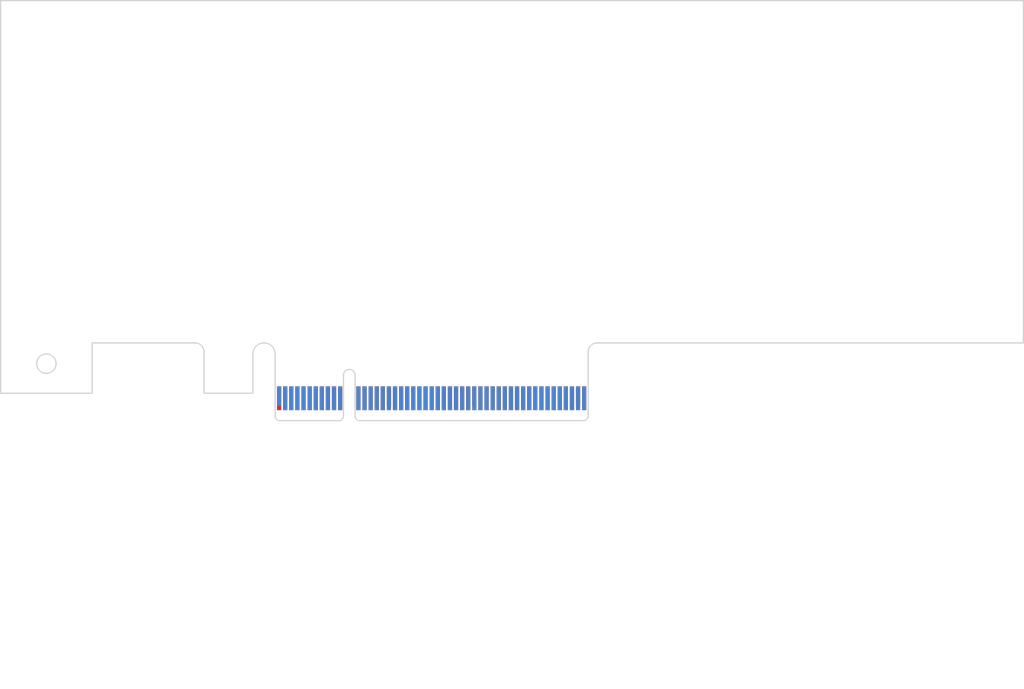
<source format=kicad_pcb>
(kicad_pcb (version 20211014) (generator pcbnew)
  (layers (0 "F.Cu" signal) (31 "B.Cu" signal) (34 "B.Paste" user) (35 "F.Paste" user) (36 "B.SilkS" user "B.Silkscreen") (37 "F.SilkS" user "F.Silkscreen") (38 "B.Mask" user) (39 "F.Mask" user) (44 "Edge.Cuts" user))
  (net 0 "")
  (net 1 "/~{PRSNT}")
  (net 2 "/+12V")
  (net 3 "GND")
  (net 4 "/JTAG_TCK")
  (net 5 "/JTAG_TDI")
  (net 6 "/JTAG_TDO")
  (net 7 "/JTAG_TMS")
  (net 8 "/+3V3")
  (net 9 "/~{PERST}")
  (net 10 "/RefClk_P")
  (net 11 "/RefClk_N")
  (net 12 "/PER0_P")
  (net 13 "/PER0_N")
  (net 14 "/SMCLK")
  (net 15 "/SMDAT")
  (net 16 "/+3V3_aux")
  (net 17 "/~{Wake}")
  (net 18 "/~{CLKREQ}")
  (net 19 "/PET0_P")
  (net 20 "/PET0_N")
  (net 22 "/PER1_P")
  (net 23 "/PER1_N")
  (net 24 "/PER2_P")
  (net 25 "/PER2_N")
  (net 26 "/PER3_P")
  (net 27 "/PER3_N")
  (net 29 "/~{JTAG_TRST}")
  (net 31 "/PET1_P")
  (net 32 "/PET1_N")
  (net 33 "/PET2_P")
  (net 34 "/PET2_N")
  (net 35 "/PET3_P")
  (net 36 "/PET3_N")
  (net 39 "/PER4_P")
  (net 40 "/PER4_N")
  (net 41 "/PER5_P")
  (net 42 "/PER5_N")
  (net 43 "/PER6_P")
  (net 44 "/PER6_N")
  (net 45 "/PER7_P")
  (net 46 "/PER7_N")
  (net 48 "/PET4_P")
  (net 49 "/PET4_N")
  (net 50 "/PET5_P")
  (net 51 "/PET5_N")
  (net 52 "/PET6_P")
  (net 53 "/PET6_N")
  (net 54 "/PET7_P")
  (net 55 "/PET7_N")
  (footprint "Connector_PCIe:PCIe_x8_GoldFinger" (layer "B.Cu") (at 134.75 119.285 180)
    (fp_text reference "P1" hide)
    (fp_text value "PCIe_x8_Goldfinger")
    (pad "A1" smd rect (at 11.5 2.355 180) (size 0.7 3.2) (layers "B.Cu" "B.Mask") (net 1 "/~{PRSNT}"))
    (pad "A2" smd rect (at 10.5 2 180) (size 0.7 3.91) (layers "B.Cu" "B.Mask") (net 2 "/+12V"))
    (pad "A3" smd rect (at 9.5 2 180) (size 0.7 3.91) (layers "B.Cu" "B.Mask") (net 2 "/+12V"))
    (pad "A4" smd rect (at 8.5 2 180) (size 0.7 3.91) (layers "B.Cu" "B.Mask") (net 3 "GND"))
    (pad "A5" smd rect (at 7.5 2 180) (size 0.7 3.91) (layers "B.Cu" "B.Mask") (net 4 "/JTAG_TCK"))
    (pad "A6" smd rect (at 6.5 2 180) (size 0.7 3.91) (layers "B.Cu" "B.Mask") (net 5 "/JTAG_TDI"))
    (pad "A7" smd rect (at 5.5 2 180) (size 0.7 3.91) (layers "B.Cu" "B.Mask") (net 6 "/JTAG_TDO"))
    (pad "A8" smd rect (at 4.5 2 180) (size 0.7 3.91) (layers "B.Cu" "B.Mask") (net 7 "/JTAG_TMS"))
    (pad "A9" smd rect (at 3.5 2 180) (size 0.7 3.91) (layers "B.Cu" "B.Mask") (net 8 "/+3V3"))
    (pad "A10" smd rect (at 2.5 2 180) (size 0.7 3.91) (layers "B.Cu" "B.Mask") (net 8 "/+3V3"))
    (pad "A11" smd rect (at 1.5 2 180) (size 0.7 3.91) (layers "B.Cu" "B.Mask") (net 9 "/~{PERST}"))
    (pad "A12" smd rect (at -1.5 2 180) (size 0.7 3.91) (layers "B.Cu" "B.Mask") (net 3 "GND"))
    (pad "A13" smd rect (at -2.5 2 180) (size 0.7 3.91) (layers "B.Cu" "B.Mask") (net 10 "/RefClk_P"))
    (pad "A14" smd rect (at -3.5 2 180) (size 0.7 3.91) (layers "B.Cu" "B.Mask") (net 11 "/RefClk_N"))
    (pad "A15" smd rect (at -4.5 2 180) (size 0.7 3.91) (layers "B.Cu" "B.Mask") (net 3 "GND"))
    (pad "A16" smd rect (at -5.5 2 180) (size 0.7 3.91) (layers "B.Cu" "B.Mask") (net 12 "/PER0_P"))
    (pad "A17" smd rect (at -6.5 2 180) (size 0.7 3.91) (layers "B.Cu" "B.Mask") (net 13 "/PER0_N"))
    (pad "A18" smd rect (at -7.5 2 180) (size 0.7 3.91) (layers "B.Cu" "B.Mask") (net 3 "GND"))
    (pad "A19" smd rect (at -8.5 2 180) (size 0.7 3.91) (layers "B.Cu" "B.Mask"))
    (pad "A20" smd rect (at -9.5 2 180) (size 0.7 3.91) (layers "B.Cu" "B.Mask") (net 3 "GND"))
    (pad "A21" smd rect (at -10.5 2 180) (size 0.7 3.91) (layers "B.Cu" "B.Mask") (net 22 "/PER1_P"))
    (pad "A22" smd rect (at -11.5 2 180) (size 0.7 3.91) (layers "B.Cu" "B.Mask") (net 23 "/PER1_N"))
    (pad "A23" smd rect (at -12.5 2 180) (size 0.7 3.91) (layers "B.Cu" "B.Mask") (net 3 "GND"))
    (pad "A24" smd rect (at -13.5 2 180) (size 0.7 3.91) (layers "B.Cu" "B.Mask") (net 3 "GND"))
    (pad "A25" smd rect (at -14.5 2 180) (size 0.7 3.91) (layers "B.Cu" "B.Mask") (net 24 "/PER2_P"))
    (pad "A26" smd rect (at -15.5 2 180) (size 0.7 3.91) (layers "B.Cu" "B.Mask") (net 25 "/PER2_N"))
    (pad "A27" smd rect (at -16.5 2 180) (size 0.7 3.91) (layers "B.Cu" "B.Mask") (net 3 "GND"))
    (pad "A28" smd rect (at -17.5 2 180) (size 0.7 3.91) (layers "B.Cu" "B.Mask") (net 3 "GND"))
    (pad "A29" smd rect (at -18.5 2 180) (size 0.7 3.91) (layers "B.Cu" "B.Mask") (net 26 "/PER3_P"))
    (pad "A30" smd rect (at -19.5 2 180) (size 0.7 3.91) (layers "B.Cu" "B.Mask") (net 27 "/PER3_N"))
    (pad "A31" smd rect (at -20.5 2 180) (size 0.7 3.91) (layers "B.Cu" "B.Mask") (net 3 "GND"))
    (pad "A32" smd rect (at -21.5 2 180) (size 0.7 3.91) (layers "B.Cu" "B.Mask"))
    (pad "A33" smd rect (at -22.5 2 180) (size 0.7 3.91) (layers "B.Cu" "B.Mask"))
    (pad "A34" smd rect (at -23.5 2 180) (size 0.7 3.91) (layers "B.Cu" "B.Mask") (net 3 "GND"))
    (pad "A35" smd rect (at -24.5 2 180) (size 0.7 3.91) (layers "B.Cu" "B.Mask") (net 39 "/PER4_P"))
    (pad "A36" smd rect (at -25.5 2 180) (size 0.7 3.91) (layers "B.Cu" "B.Mask") (net 40 "/PER4_N"))
    (pad "A37" smd rect (at -26.5 2 180) (size 0.7 3.91) (layers "B.Cu" "B.Mask") (net 3 "GND"))
    (pad "A38" smd rect (at -27.5 2 180) (size 0.7 3.91) (layers "B.Cu" "B.Mask") (net 3 "GND"))
    (pad "A39" smd rect (at -28.5 2 180) (size 0.7 3.91) (layers "B.Cu" "B.Mask") (net 41 "/PER5_P"))
    (pad "A40" smd rect (at -29.5 2 180) (size 0.7 3.91) (layers "B.Cu" "B.Mask") (net 42 "/PER5_N"))
    (pad "A41" smd rect (at -30.5 2 180) (size 0.7 3.91) (layers "B.Cu" "B.Mask") (net 3 "GND"))
    (pad "A42" smd rect (at -31.5 2 180) (size 0.7 3.91) (layers "B.Cu" "B.Mask") (net 3 "GND"))
    (pad "A43" smd rect (at -32.5 2 180) (size 0.7 3.91) (layers "B.Cu" "B.Mask") (net 43 "/PER6_P"))
    (pad "A44" smd rect (at -33.5 2 180) (size 0.7 3.91) (layers "B.Cu" "B.Mask") (net 44 "/PER6_N"))
    (pad "A45" smd rect (at -34.5 2 180) (size 0.7 3.91) (layers "B.Cu" "B.Mask") (net 3 "GND"))
    (pad "A46" smd rect (at -35.5 2 180) (size 0.7 3.91) (layers "B.Cu" "B.Mask") (net 3 "GND"))
    (pad "A47" smd rect (at -36.5 2 180) (size 0.7 3.91) (layers "B.Cu" "B.Mask") (net 45 "/PER7_P"))
    (pad "A48" smd rect (at -37.5 2 180) (size 0.7 3.91) (layers "B.Cu" "B.Mask") (net 46 "/PER7_N"))
    (pad "A49" smd rect (at -38.5 2 180) (size 0.7 3.91) (layers "B.Cu" "B.Mask") (net 3 "GND"))
    (pad "B1" smd rect (at 11.5 2 180) (size 0.7 3.91) (layers "F.Cu" "F.Mask") (net 2 "/+12V"))
    (pad "B2" smd rect (at 10.5 2 180) (size 0.7 3.91) (layers "F.Cu" "F.Mask") (net 2 "/+12V"))
    (pad "B3" smd rect (at 9.5 2 180) (size 0.7 3.91) (layers "F.Cu" "F.Mask") (net 2 "/+12V"))
    (pad "B4" smd rect (at 8.5 2 180) (size 0.7 3.91) (layers "F.Cu" "F.Mask") (net 3 "GND"))
    (pad "B5" smd rect (at 7.5 2 180) (size 0.7 3.91) (layers "F.Cu" "F.Mask") (net 14 "/SMCLK"))
    (pad "B6" smd rect (at 6.5 2 180) (size 0.7 3.91) (layers "F.Cu" "F.Mask") (net 15 "/SMDAT"))
    (pad "B7" smd rect (at 5.5 2 180) (size 0.7 3.91) (layers "F.Cu" "F.Mask") (net 3 "GND"))
    (pad "B8" smd rect (at 4.5 2 180) (size 0.7 3.91) (layers "F.Cu" "F.Mask") (net 8 "/+3V3"))
    (pad "B9" smd rect (at 3.5 2 180) (size 0.7 3.91) (layers "F.Cu" "F.Mask") (net 29 "/~{JTAG_TRST}"))
    (pad "B10" smd rect (at 2.5 2 180) (size 0.7 3.91) (layers "F.Cu" "F.Mask") (net 16 "/+3V3_aux"))
    (pad "B11" smd rect (at 1.5 2 180) (size 0.7 3.91) (layers "F.Cu" "F.Mask") (net 17 "/~{Wake}"))
    (pad "B12" smd rect (at -1.5 2 180) (size 0.7 3.91) (layers "F.Cu" "F.Mask") (net 18 "/~{CLKREQ}"))
    (pad "B13" smd rect (at -2.5 2 180) (size 0.7 3.91) (layers "F.Cu" "F.Mask") (net 3 "GND"))
    (pad "B14" smd rect (at -3.5 2 180) (size 0.7 3.91) (layers "F.Cu" "F.Mask") (net 19 "/PET0_P"))
    (pad "B15" smd rect (at -4.5 2 180) (size 0.7 3.91) (layers "F.Cu" "F.Mask") (net 20 "/PET0_N"))
    (pad "B16" smd rect (at -5.5 2 180) (size 0.7 3.91) (layers "F.Cu" "F.Mask") (net 3 "GND"))
    (pad "B17" smd rect (at -6.5 2.355 180) (size 0.7 3.2) (layers "F.Cu" "F.Mask"))
    (pad "B18" smd rect (at -7.5 2 180) (size 0.7 3.91) (layers "F.Cu" "F.Mask") (net 3 "GND"))
    (pad "B19" smd rect (at -8.5 2 180) (size 0.7 3.91) (layers "F.Cu" "F.Mask") (net 31 "/PET1_P"))
    (pad "B20" smd rect (at -9.5 2 180) (size 0.7 3.91) (layers "F.Cu" "F.Mask") (net 32 "/PET1_N"))
    (pad "B21" smd rect (at -10.5 2 180) (size 0.7 3.91) (layers "F.Cu" "F.Mask") (net 3 "GND"))
    (pad "B22" smd rect (at -11.5 2 180) (size 0.7 3.91) (layers "F.Cu" "F.Mask") (net 3 "GND"))
    (pad "B23" smd rect (at -12.5 2 180) (size 0.7 3.91) (layers "F.Cu" "F.Mask") (net 33 "/PET2_P"))
    (pad "B24" smd rect (at -13.5 2 180) (size 0.7 3.91) (layers "F.Cu" "F.Mask") (net 34 "/PET2_N"))
    (pad "B25" smd rect (at -14.5 2 180) (size 0.7 3.91) (layers "F.Cu" "F.Mask") (net 3 "GND"))
    (pad "B26" smd rect (at -15.5 2 180) (size 0.7 3.91) (layers "F.Cu" "F.Mask") (net 3 "GND"))
    (pad "B27" smd rect (at -16.5 2 180) (size 0.7 3.91) (layers "F.Cu" "F.Mask") (net 35 "/PET3_P"))
    (pad "B28" smd rect (at -17.5 2 180) (size 0.7 3.91) (layers "F.Cu" "F.Mask") (net 36 "/PET3_N"))
    (pad "B29" smd rect (at -18.5 2 180) (size 0.7 3.91) (layers "F.Cu" "F.Mask") (net 3 "GND"))
    (pad "B30" smd rect (at -19.5 2 180) (size 0.7 3.91) (layers "F.Cu" "F.Mask"))
    (pad "B31" smd rect (at -20.5 2.355 180) (size 0.7 3.2) (layers "F.Cu" "F.Mask"))
    (pad "B32" smd rect (at -21.5 2 180) (size 0.7 3.91) (layers "F.Cu" "F.Mask") (net 3 "GND"))
    (pad "B33" smd rect (at -22.5 2 180) (size 0.7 3.91) (layers "F.Cu" "F.Mask") (net 48 "/PET4_P"))
    (pad "B34" smd rect (at -23.5 2 180) (size 0.7 3.91) (layers "F.Cu" "F.Mask") (net 49 "/PET4_N"))
    (pad "B35" smd rect (at -24.5 2 180) (size 0.7 3.91) (layers "F.Cu" "F.Mask") (net 3 "GND"))
    (pad "B36" smd rect (at -25.5 2 180) (size 0.7 3.91) (layers "F.Cu" "F.Mask") (net 3 "GND"))
    (pad "B37" smd rect (at -26.5 2 180) (size 0.7 3.91) (layers "F.Cu" "F.Mask") (net 50 "/PET5_P"))
    (pad "B38" smd rect (at -27.5 2 180) (size 0.7 3.91) (layers "F.Cu" "F.Mask") (net 51 "/PET5_N"))
    (pad "B39" smd rect (at -28.5 2 180) (size 0.7 3.91) (layers "F.Cu" "F.Mask") (net 3 "GND"))
    (pad "B40" smd rect (at -29.5 2 180) (size 0.7 3.91) (layers "F.Cu" "F.Mask") (net 3 "GND"))
    (pad "B41" smd rect (at -30.5 2 180) (size 0.7 3.91) (layers "F.Cu" "F.Mask") (net 52 "/PET6_P"))
    (pad "B42" smd rect (at -31.5 2 180) (size 0.7 3.91) (layers "F.Cu" "F.Mask") (net 53 "/PET6_N"))
    (pad "B43" smd rect (at -32.5 2 180) (size 0.7 3.91) (layers "F.Cu" "F.Mask") (net 3 "GND"))
    (pad "B44" smd rect (at -33.5 2 180) (size 0.7 3.91) (layers "F.Cu" "F.Mask") (net 3 "GND"))
    (pad "B45" smd rect (at -34.5 2 180) (size 0.7 3.91) (layers "F.Cu" "F.Mask") (net 54 "/PET7_P"))
    (pad "B46" smd rect (at -35.5 2 180) (size 0.7 3.91) (layers "F.Cu" "F.Mask") (net 55 "/PET7_N"))
    (pad "B47" smd rect (at -36.5 2 180) (size 0.7 3.91) (layers "F.Cu" "F.Mask") (net 3 "GND"))
    (pad "B48" smd rect (at -37.5 2.355 180) (size 0.7 3.2) (layers "F.Cu" "F.Mask") (net 1 "/~{PRSNT}"))
    (pad "B49" smd rect (at -38.5 2 180) (size 0.7 3.91) (layers "F.Cu" "F.Mask") (net 3 "GND"))
  )
  (gr_line locked (start 122.6 120.45) (end 123.1 120.95) (layer "Edge.Cuts") (width 0.2))
  (gr_arc locked (start 109.45 108.2) (mid 110.51066 108.63934) (end 110.95 109.7) (layer "Edge.Cuts") (width 0.2))
  (gr_line locked (start 135.7 120.45) (end 135.7 113.5) (layer "Edge.Cuts") (width 0.2))
  (gr_line locked (start 133.3 120.95) (end 133.8 120.45) (layer "Edge.Cuts") (width 0.2))
  (gr_line locked (start 110.95 116.45) (end 118.95 116.45) (layer "Edge.Cuts") (width 0.2))
  (gr_line locked (start 173.9 120.45) (end 173.9 109.7) (layer "Edge.Cuts") (width 0.2))
  (gr_line locked (start 92.6 108.2) (end 92.6 116.45) (layer "Edge.Cuts") (width 0.2))
  (gr_line locked (start 245.25 52.05) (end 77.6 52.05) (layer "Edge.Cuts") (width 0.2))
  (gr_line locked (start 118.95 116.45) (end 118.95 110.025) (layer "Edge.Cuts") (width 0.2))
  (gr_arc locked (start 173.9 109.7) (mid 174.33934 108.63934) (end 175.4 108.2) (layer "Edge.Cuts") (width 0.2))
  (gr_line locked (start 92.6 116.45) (end 77.6 116.45) (layer "Edge.Cuts") (width 0.2))
  (gr_line locked (start 136.2 120.95) (end 173.4 120.95) (layer "Edge.Cuts") (width 0.2))
  (gr_arc locked (start 118.95 110.025) (mid 120.775 108.2) (end 122.6 110.025) (layer "Edge.Cuts") (width 0.2))
  (gr_line locked (start 123.1 120.95) (end 133.3 120.95) (layer "Edge.Cuts") (width 0.2))
  (gr_line locked (start 175.4 108.2) (end 245.25 108.2) (layer "Edge.Cuts") (width 0.2))
  (gr_circle locked (center 85.1 111.6) (end 86.69 111.6) (layer "Edge.Cuts") (width 0.2) (fill none))
  (gr_line locked (start 110.95 109.7) (end 110.95 116.45) (layer "Edge.Cuts") (width 0.2))
  (gr_line locked (start 245.25 108.2) (end 245.25 52.05) (layer "Edge.Cuts") (width 0.2))
  (gr_line locked (start 77.6 52.05) (end 77.6 116.45) (layer "Edge.Cuts") (width 0.2))
  (gr_arc locked (start 133.8 113.5) (mid 134.75 112.55) (end 135.7 113.5) (layer "Edge.Cuts") (width 0.2))
  (gr_line locked (start 173.4 120.95) (end 173.9 120.45) (layer "Edge.Cuts") (width 0.2))
  (gr_line locked (start 135.7 120.45) (end 136.2 120.95) (layer "Edge.Cuts") (width 0.2))
  (gr_line locked (start 133.8 120.45) (end 133.8 113.5) (layer "Edge.Cuts") (width 0.2))
  (gr_line locked (start 92.6 108.2) (end 109.45 108.2) (layer "Edge.Cuts") (width 0.2))
  (gr_line locked (start 122.6 110.025) (end 122.6 120.45) (layer "Edge.Cuts") (width 0.2))
)
</source>
